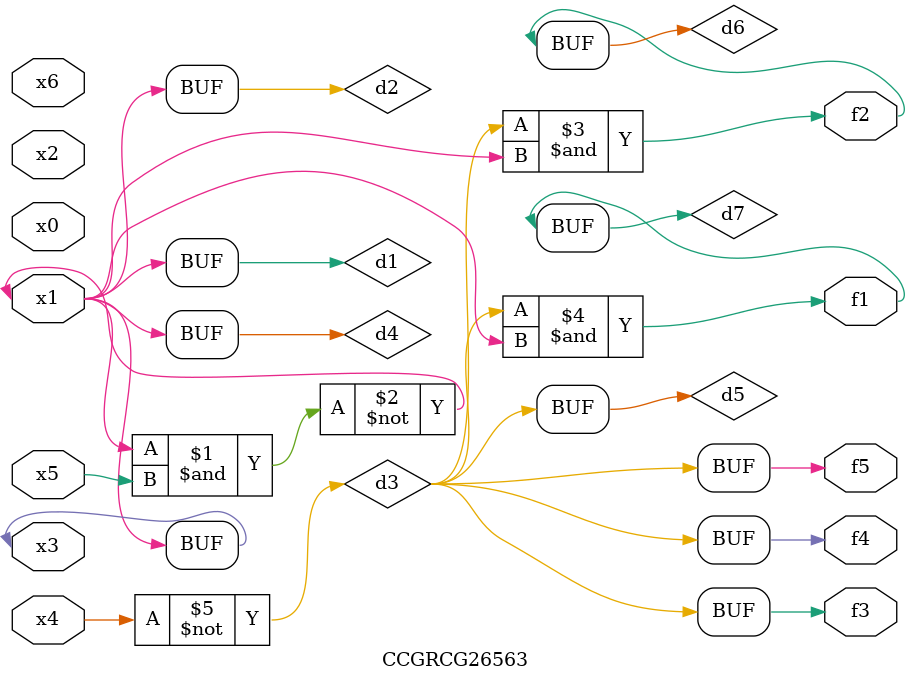
<source format=v>
module CCGRCG26563(
	input x0, x1, x2, x3, x4, x5, x6,
	output f1, f2, f3, f4, f5
);

	wire d1, d2, d3, d4, d5, d6, d7;

	buf (d1, x1, x3);
	nand (d2, x1, x5);
	not (d3, x4);
	buf (d4, d1, d2);
	buf (d5, d3);
	and (d6, d3, d4);
	and (d7, d3, d4);
	assign f1 = d7;
	assign f2 = d6;
	assign f3 = d5;
	assign f4 = d5;
	assign f5 = d5;
endmodule

</source>
